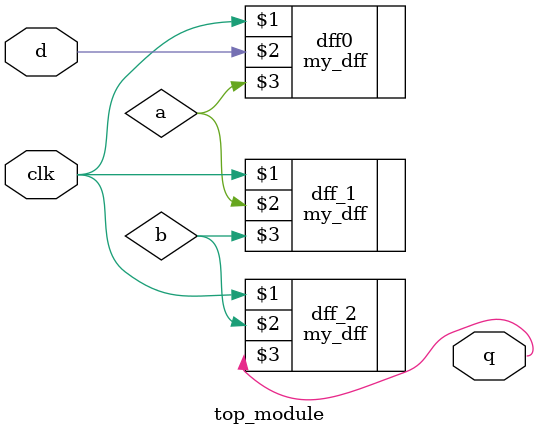
<source format=v>
module top_module ( input clk, input d, output q );
    wire a,b;
    my_dff dff0(clk,d,a);
    my_dff dff_1(clk,a,b);
    my_dff dff_2(clk,b,q);
endmodule

</source>
